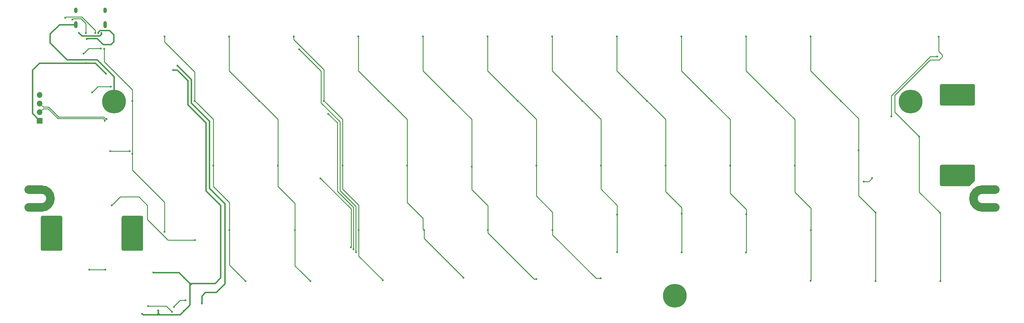
<source format=gbr>
G04 #@! TF.GenerationSoftware,KiCad,Pcbnew,(6.0.11)*
G04 #@! TF.CreationDate,2023-03-31T22:05:11+09:00*
G04 #@! TF.ProjectId,KiCad_KMKB-JP_Poker,4b694361-645f-44b4-9d4b-422d4a505f50,rev?*
G04 #@! TF.SameCoordinates,Original*
G04 #@! TF.FileFunction,Copper,L1,Top*
G04 #@! TF.FilePolarity,Positive*
%FSLAX46Y46*%
G04 Gerber Fmt 4.6, Leading zero omitted, Abs format (unit mm)*
G04 Created by KiCad (PCBNEW (6.0.11)) date 2023-03-31 22:05:11*
%MOMM*%
%LPD*%
G01*
G04 APERTURE LIST*
G04 #@! TA.AperFunction,EtchedComponent*
%ADD10C,2.501900*%
G04 #@! TD*
G04 #@! TA.AperFunction,ComponentPad*
%ADD11C,7.000000*%
G04 #@! TD*
G04 #@! TA.AperFunction,ComponentPad*
%ADD12R,1.700000X1.700000*%
G04 #@! TD*
G04 #@! TA.AperFunction,ComponentPad*
%ADD13O,1.700000X1.700000*%
G04 #@! TD*
G04 #@! TA.AperFunction,ComponentPad*
%ADD14O,1.000000X2.100000*%
G04 #@! TD*
G04 #@! TA.AperFunction,ComponentPad*
%ADD15O,1.000000X1.600000*%
G04 #@! TD*
G04 #@! TA.AperFunction,ViaPad*
%ADD16C,0.600000*%
G04 #@! TD*
G04 #@! TA.AperFunction,Conductor*
%ADD17C,0.381000*%
G04 #@! TD*
G04 #@! TA.AperFunction,Conductor*
%ADD18C,0.254000*%
G04 #@! TD*
G04 #@! TA.AperFunction,Conductor*
%ADD19C,0.261112*%
G04 #@! TD*
G04 APERTURE END LIST*
D10*
X406193750Y-226417800D02*
X409993750Y-226417800D01*
X124993750Y-226417800D02*
X128793750Y-226417800D01*
X406193750Y-231719700D02*
X410043750Y-231719700D01*
X124993750Y-231719700D02*
X128793750Y-231719700D01*
X131444700Y-229068750D02*
G75*
G03*
X128793750Y-226417800I-2650949J1D01*
G01*
X128793750Y-231719700D02*
G75*
G03*
X131444700Y-229068750I1J2650949D01*
G01*
X403542800Y-229068750D02*
G75*
G03*
X406193750Y-231719700I2650950J0D01*
G01*
X406193750Y-226417800D02*
G75*
G03*
X403542800Y-229068750I0J-2650950D01*
G01*
D11*
X150193750Y-200468750D03*
X315493750Y-257768750D03*
X385043750Y-200468750D03*
D12*
X128270000Y-206111000D03*
D13*
X128270000Y-203571000D03*
X128270000Y-201031000D03*
X128270000Y-198491000D03*
D14*
X138872500Y-177747400D03*
D15*
X147512500Y-173567400D03*
X138872500Y-173567400D03*
D14*
X147512500Y-177747400D03*
D16*
X250190000Y-200279000D03*
X241300000Y-181229000D03*
X255651000Y-219710000D03*
X274732750Y-252888750D03*
X260413500Y-238379000D03*
X163187875Y-262055750D03*
X161790875Y-250879750D03*
X170807875Y-252403750D03*
X170760250Y-262230375D03*
X167640000Y-191135000D03*
X158425375Y-263103500D03*
X279463500Y-238379000D03*
X274701000Y-219329000D03*
X293655750Y-252634750D03*
X269240000Y-200279000D03*
X260350000Y-181229000D03*
X142875000Y-250031250D03*
X147637500Y-250031250D03*
X221500000Y-244900000D03*
X204756250Y-185006250D03*
X141224000Y-186309000D03*
X146304000Y-184785000D03*
X392938000Y-187198000D03*
X379349000Y-204851000D03*
X220775000Y-244100000D03*
X213368750Y-204056250D03*
X149225000Y-196088000D03*
X143764000Y-197739000D03*
X149098000Y-215138000D03*
X154813000Y-215138000D03*
X149510750Y-231140000D03*
X174021750Y-241331750D03*
X373675000Y-223100000D03*
X211043750Y-223106250D03*
X220000000Y-243475000D03*
X371200000Y-224050000D03*
X171252375Y-259166500D03*
X167900000Y-261075000D03*
X147320000Y-184912000D03*
X165100000Y-238918750D03*
X155575000Y-200279000D03*
X155575000Y-215900000D03*
X188976000Y-253492000D03*
X173990000Y-200279000D03*
X179451000Y-219329000D03*
X184213500Y-238379000D03*
X165100000Y-181229000D03*
X253206250Y-252412500D03*
X236601000Y-219329000D03*
X241617500Y-238379000D03*
X231140000Y-200279000D03*
X222250000Y-181229000D03*
X193040000Y-200279000D03*
X203517500Y-238379000D03*
X198501000Y-219329000D03*
X208057750Y-253492000D03*
X184150000Y-181229000D03*
X212090000Y-200279000D03*
X203200000Y-181229000D03*
X217551000Y-219329000D03*
X229393750Y-253206250D03*
X222313500Y-238379000D03*
X288290000Y-200279000D03*
X298481750Y-244906750D03*
X279400000Y-181229000D03*
X298481750Y-233838750D03*
X293751000Y-219329000D03*
X139827000Y-180213000D03*
X146431000Y-180213000D03*
X176075000Y-260050000D03*
X168910000Y-189865000D03*
X147417025Y-206150975D03*
X147984975Y-205583025D03*
X307340000Y-200279000D03*
X317525000Y-244950000D03*
X298450000Y-181229000D03*
X317531750Y-233584750D03*
X312801000Y-219329000D03*
X317500000Y-181229000D03*
X326390000Y-200279000D03*
X331851000Y-219329000D03*
X336550000Y-245000000D03*
X336581750Y-233711750D03*
X355600000Y-253365000D03*
X355663500Y-238379000D03*
X345440000Y-200279000D03*
X350901000Y-219329000D03*
X336550000Y-181229000D03*
X364490000Y-200279000D03*
X355600000Y-181229000D03*
X374713500Y-253492000D03*
X369697000Y-214884000D03*
X374713500Y-233235500D03*
X393795250Y-253492000D03*
X393319000Y-181356000D03*
X387604000Y-210820000D03*
X393731750Y-233330750D03*
X135763000Y-175768000D03*
X144653000Y-180213000D03*
X160203375Y-260817500D03*
X167251875Y-262532000D03*
X147828000Y-192278000D03*
X145542000Y-180213000D03*
X142113000Y-181991000D03*
X141986000Y-189103000D03*
X141859000Y-180213000D03*
X137922000Y-176276000D03*
D17*
X142240000Y-181864000D02*
X142113000Y-181991000D01*
X145161000Y-181864000D02*
X142240000Y-181864000D01*
X146939000Y-183642000D02*
X145161000Y-181864000D01*
X146050000Y-179451000D02*
X148844000Y-179451000D01*
X149225000Y-183642000D02*
X146939000Y-183642000D01*
X148844000Y-179451000D02*
X150114000Y-180721000D01*
X145542000Y-179959000D02*
X146050000Y-179451000D01*
X150114000Y-182753000D02*
X149225000Y-183642000D01*
X150114000Y-180721000D02*
X150114000Y-182753000D01*
X145542000Y-180213000D02*
X145542000Y-179959000D01*
D18*
X260381750Y-231171750D02*
X260381750Y-238347250D01*
X260413500Y-238379000D02*
X260413500Y-239238500D01*
X274063750Y-252888750D02*
X274732750Y-252888750D01*
X260413500Y-239238500D02*
X274063750Y-252888750D01*
X241300000Y-191389000D02*
X250190000Y-200279000D01*
X255651000Y-226441000D02*
X260381750Y-231171750D01*
X255651000Y-219710000D02*
X255651000Y-205740000D01*
X255651000Y-219710000D02*
X255651000Y-226441000D01*
X255651000Y-205740000D02*
X250190000Y-200279000D01*
X241300000Y-181229000D02*
X241300000Y-181991000D01*
X241300000Y-181991000D02*
X241300000Y-191389000D01*
X260381750Y-238347250D02*
X260413500Y-238379000D01*
D17*
X170934875Y-262055750D02*
X170760250Y-262230375D01*
X162743375Y-263357500D02*
X163632375Y-263357500D01*
X172646125Y-254564375D02*
X172522375Y-254564375D01*
X181610000Y-252476000D02*
X179967750Y-254118250D01*
X171958000Y-194310000D02*
X171958000Y-201422000D01*
X179967750Y-254118250D02*
X173092250Y-254118250D01*
X161790875Y-250879750D02*
X169283875Y-250879750D01*
X167640000Y-191135000D02*
X168783000Y-191135000D01*
X169283875Y-250879750D02*
X170807875Y-252403750D01*
X171958000Y-201422000D02*
X177292000Y-206756000D01*
X163632375Y-263357500D02*
X163187875Y-262913000D01*
X181610000Y-231140000D02*
X181610000Y-252476000D01*
X172522375Y-254564375D02*
X172522375Y-254118250D01*
X163187875Y-262913000D02*
X163187875Y-262055750D01*
X173092250Y-254118250D02*
X172522375Y-254118250D01*
X158679375Y-263357500D02*
X158425375Y-263103500D01*
X177292000Y-206756000D02*
X177292000Y-226822000D01*
X170760250Y-262230375D02*
X169633125Y-263357500D01*
X163187875Y-262913000D02*
X162743375Y-263357500D01*
X169633125Y-263357500D02*
X163632375Y-263357500D01*
X177292000Y-226822000D02*
X181610000Y-231140000D01*
X173092250Y-254118250D02*
X172646125Y-254564375D01*
X162743375Y-263357500D02*
X158679375Y-263357500D01*
X172522375Y-254118250D02*
X170807875Y-252403750D01*
X170934875Y-262055750D02*
X172522375Y-260468250D01*
X168783000Y-191135000D02*
X171958000Y-194310000D01*
X172522375Y-260468250D02*
X172522375Y-254564375D01*
D18*
X269240000Y-200279000D02*
X269938500Y-200977500D01*
X269938500Y-200977500D02*
X274701000Y-205740000D01*
X260350000Y-181737000D02*
X260350000Y-191389000D01*
X260350000Y-191389000D02*
X269240000Y-200279000D01*
X260350000Y-181229000D02*
X260350000Y-181737000D01*
X279463500Y-238379000D02*
X279463500Y-239788500D01*
X279463500Y-239788500D02*
X292309750Y-252634750D01*
X274701000Y-205740000D02*
X274701000Y-219329000D01*
X274701000Y-228346000D02*
X279463500Y-233108500D01*
X274701000Y-219329000D02*
X274701000Y-228346000D01*
X279463500Y-233108500D02*
X279463500Y-238379000D01*
X292309750Y-252634750D02*
X293655750Y-252634750D01*
X142875000Y-250031250D02*
X147637500Y-250031250D01*
X216775000Y-226675000D02*
X221475000Y-231375000D01*
X211250000Y-200850000D02*
X216775000Y-206375000D01*
X221475000Y-244750000D02*
X221500000Y-244775000D01*
X221500000Y-244775000D02*
X221500000Y-244900000D01*
X221475000Y-231375000D02*
X221475000Y-244750000D01*
X216775000Y-206375000D02*
X216775000Y-226675000D01*
X211250000Y-191500000D02*
X211250000Y-200850000D01*
X204756250Y-185006250D02*
X211250000Y-191500000D01*
X142748000Y-184785000D02*
X146304000Y-184785000D01*
X141224000Y-186309000D02*
X142748000Y-184785000D01*
X390906000Y-187198000D02*
X379349000Y-198755000D01*
X220800000Y-231700000D02*
X220800000Y-243550000D01*
X220800000Y-244075000D02*
X220775000Y-244100000D01*
X220800000Y-243550000D02*
X220800000Y-244075000D01*
X213368750Y-204056250D02*
X216050000Y-206737500D01*
X392938000Y-187198000D02*
X390906000Y-187198000D01*
X216050000Y-226950000D02*
X220800000Y-231700000D01*
X216050000Y-206737500D02*
X216050000Y-226950000D01*
X379349000Y-198755000D02*
X379349000Y-204851000D01*
X145415000Y-196088000D02*
X149225000Y-196088000D01*
X143764000Y-197739000D02*
X144399000Y-197104000D01*
X144399000Y-197104000D02*
X145415000Y-196088000D01*
X154813000Y-215138000D02*
X149098000Y-215138000D01*
X160020000Y-231129289D02*
X160020000Y-235233420D01*
X160020000Y-235233420D02*
X166118330Y-241331750D01*
X166118330Y-241331750D02*
X174021750Y-241331750D01*
X149510750Y-231140000D02*
X152050750Y-228600000D01*
X157490711Y-228600000D02*
X160020000Y-231129289D01*
X152050750Y-228600000D02*
X157490711Y-228600000D01*
X220075000Y-232137500D02*
X220075000Y-243404000D01*
X211043750Y-223106250D02*
X220075000Y-232137500D01*
X372725000Y-224050000D02*
X371200000Y-224050000D01*
X220071000Y-243404000D02*
X220000000Y-243475000D01*
X220075000Y-243404000D02*
X220071000Y-243404000D01*
X373675000Y-223100000D02*
X372725000Y-224050000D01*
X167900000Y-261075000D02*
X167900000Y-260867875D01*
X167900000Y-260867875D02*
X169601375Y-259166500D01*
X169601375Y-259166500D02*
X171252375Y-259166500D01*
X155575000Y-220662500D02*
X165100000Y-230187500D01*
X147320000Y-184912000D02*
X147320000Y-188722000D01*
X147320000Y-188722000D02*
X155575000Y-196977000D01*
X165100000Y-230187500D02*
X165100000Y-238918750D01*
X155575000Y-200279000D02*
X155575000Y-215900000D01*
X155575000Y-215900000D02*
X155575000Y-220662500D01*
X155575000Y-196977000D02*
X155575000Y-200279000D01*
X173990000Y-191770000D02*
X173990000Y-200279000D01*
X179451000Y-205740000D02*
X179451000Y-219329000D01*
X173990000Y-200279000D02*
X174688500Y-200977500D01*
X174688500Y-200977500D02*
X179451000Y-205740000D01*
X184213500Y-248729500D02*
X188976000Y-253492000D01*
X184213500Y-238379000D02*
X184213500Y-248729500D01*
X179451000Y-225488500D02*
X184213500Y-230251000D01*
X165100000Y-182880000D02*
X173990000Y-191770000D01*
X165100000Y-181229000D02*
X165100000Y-182880000D01*
X184213500Y-230251000D02*
X184213500Y-238379000D01*
X179451000Y-219329000D02*
X179451000Y-225488500D01*
X241617500Y-238379000D02*
X241617500Y-240823750D01*
X222250000Y-181229000D02*
X222250000Y-181737000D01*
X231838500Y-200977500D02*
X236601000Y-205740000D01*
X222250000Y-181737000D02*
X222250000Y-191389000D01*
X241617500Y-240823750D02*
X253206250Y-252412500D01*
X236601000Y-230251000D02*
X241300000Y-234950000D01*
X222250000Y-191389000D02*
X231140000Y-200279000D01*
X241300000Y-234950000D02*
X241300000Y-238061500D01*
X241300000Y-238061500D02*
X241617500Y-238379000D01*
X231140000Y-200279000D02*
X231838500Y-200977500D01*
X236601000Y-205740000D02*
X236601000Y-219329000D01*
X236601000Y-219329000D02*
X236601000Y-230251000D01*
X198501000Y-205740000D02*
X198501000Y-219329000D01*
X198501000Y-219329000D02*
X198501000Y-225488500D01*
X203517500Y-248951750D02*
X205082875Y-250517125D01*
X203517500Y-238379000D02*
X203517500Y-248951750D01*
X184150000Y-191389000D02*
X193040000Y-200279000D01*
X205082875Y-250517125D02*
X208057750Y-253492000D01*
X203517500Y-230505000D02*
X203517500Y-238379000D01*
X184150000Y-181229000D02*
X184150000Y-191389000D01*
X193040000Y-200279000D02*
X193738500Y-200977500D01*
X193738500Y-200977500D02*
X198501000Y-205740000D01*
X198501000Y-225488500D02*
X203517500Y-230505000D01*
X212090000Y-200279000D02*
X212788500Y-200977500D01*
X229393750Y-253143750D02*
X229393750Y-253206250D01*
X217551000Y-219329000D02*
X217551000Y-226282250D01*
X222313500Y-231044750D02*
X222313500Y-238379000D01*
X222313500Y-246063500D02*
X229393750Y-253143750D01*
X203200000Y-182175000D02*
X212090000Y-191065000D01*
X222313500Y-238379000D02*
X222313500Y-246063500D01*
X203200000Y-181229000D02*
X203200000Y-182175000D01*
X212090000Y-191065000D02*
X212090000Y-200279000D01*
X217551000Y-205740000D02*
X217551000Y-219329000D01*
X217551000Y-226282250D02*
X222313500Y-231044750D01*
X212788500Y-200977500D02*
X217551000Y-205740000D01*
X298513500Y-231076500D02*
X298513500Y-233743500D01*
X279400000Y-182245000D02*
X279400000Y-191389000D01*
X293751000Y-205740000D02*
X293751000Y-219329000D01*
X279400000Y-181229000D02*
X279400000Y-182245000D01*
X298481750Y-233838750D02*
X298481750Y-244906750D01*
X293751000Y-219329000D02*
X293751000Y-226314000D01*
X288988500Y-200977500D02*
X293751000Y-205740000D01*
X293751000Y-226314000D02*
X298513500Y-231076500D01*
X279400000Y-191389000D02*
X288290000Y-200279000D01*
X288290000Y-200279000D02*
X288988500Y-200977500D01*
X298513500Y-233743500D02*
X298481750Y-233775250D01*
X298481750Y-233775250D02*
X298481750Y-233838750D01*
D17*
X182880000Y-230632000D02*
X182880000Y-254254000D01*
X176053750Y-257841750D02*
X176053750Y-260028750D01*
X178308000Y-206248000D02*
X178308000Y-226060000D01*
X140716000Y-181102000D02*
X145923000Y-181102000D01*
X145923000Y-181102000D02*
X146431000Y-180594000D01*
X168910000Y-189865000D02*
X172974000Y-193929000D01*
X172974000Y-200914000D02*
X178308000Y-206248000D01*
X146431000Y-180594000D02*
X146431000Y-180213000D01*
X176053750Y-260028750D02*
X176075000Y-260050000D01*
X177101500Y-256794000D02*
X176053750Y-257841750D01*
X139827000Y-180213000D02*
X140716000Y-181102000D01*
X172974000Y-193929000D02*
X172974000Y-200914000D01*
X182880000Y-254254000D02*
X180340000Y-256794000D01*
X180340000Y-256794000D02*
X177101500Y-256794000D01*
X178308000Y-226060000D02*
X182880000Y-230632000D01*
D19*
X147417025Y-205911344D02*
X146969837Y-205464156D01*
X130703837Y-202533157D02*
X129307843Y-202533157D01*
X147417025Y-206150975D02*
X147417025Y-205911344D01*
X133634836Y-205464156D02*
X130703837Y-202533157D01*
X146969837Y-205464156D02*
X133634836Y-205464156D01*
X129307843Y-202533157D02*
X128270000Y-203571000D01*
X133827164Y-204999844D02*
X130896163Y-202068843D01*
X147162163Y-204999844D02*
X133827164Y-204999844D01*
X130896163Y-202068843D02*
X129307843Y-202068843D01*
X147984975Y-205583025D02*
X147745344Y-205583025D01*
X147745344Y-205583025D02*
X147162163Y-204999844D01*
X129307843Y-202068843D02*
X128270000Y-201031000D01*
D18*
X312801000Y-227076000D02*
X317531750Y-231806750D01*
X317531750Y-231806750D02*
X317531750Y-233584750D01*
X317531750Y-233584750D02*
X317531750Y-244943250D01*
X312801000Y-219329000D02*
X312801000Y-227076000D01*
X308038500Y-200977500D02*
X312801000Y-205740000D01*
X298450000Y-181229000D02*
X298450000Y-181737000D01*
X307340000Y-200279000D02*
X308038500Y-200977500D01*
X312801000Y-205740000D02*
X312801000Y-219329000D01*
X317531750Y-244943250D02*
X317525000Y-244950000D01*
X298450000Y-181737000D02*
X298450000Y-191389000D01*
X298450000Y-191389000D02*
X307340000Y-200279000D01*
X317500000Y-191389000D02*
X326390000Y-200279000D01*
X317500000Y-181610000D02*
X317500000Y-191389000D01*
X331851000Y-205740000D02*
X331851000Y-219329000D01*
X331851000Y-227584000D02*
X336581750Y-232314750D01*
X317500000Y-181229000D02*
X317500000Y-181610000D01*
X331851000Y-219329000D02*
X331851000Y-227584000D01*
X336581750Y-233711750D02*
X336581750Y-244968250D01*
X336581750Y-244968250D02*
X336550000Y-245000000D01*
X336581750Y-232314750D02*
X336581750Y-233711750D01*
X326390000Y-200279000D02*
X331851000Y-205740000D01*
X350901000Y-227203000D02*
X355663500Y-231965500D01*
X336550000Y-181229000D02*
X336550000Y-181737000D01*
X355663500Y-231965500D02*
X355663500Y-238379000D01*
X336550000Y-181737000D02*
X336550000Y-191389000D01*
X336550000Y-191389000D02*
X345440000Y-200279000D01*
X350901000Y-205740000D02*
X350901000Y-219329000D01*
X355663500Y-238379000D02*
X355663500Y-253492000D01*
X345440000Y-200279000D02*
X350901000Y-205740000D01*
X355663500Y-253428500D02*
X355600000Y-253365000D01*
X350901000Y-219329000D02*
X350901000Y-227203000D01*
X355663500Y-253492000D02*
X355663500Y-253428500D01*
X369697000Y-228219000D02*
X374713500Y-233235500D01*
X364490000Y-200279000D02*
X369697000Y-205486000D01*
X369697000Y-205486000D02*
X369697000Y-228219000D01*
X374713500Y-233235500D02*
X374713500Y-253492000D01*
X355600000Y-191389000D02*
X364490000Y-200279000D01*
X355600000Y-181229000D02*
X355600000Y-191389000D01*
X390779000Y-188214000D02*
X393446000Y-188214000D01*
X394335000Y-187325000D02*
X394335000Y-186690000D01*
X393446000Y-188214000D02*
X394335000Y-187325000D01*
X393319000Y-185674000D02*
X393319000Y-181356000D01*
X380365000Y-203581000D02*
X380365000Y-198628000D01*
X387604000Y-227203000D02*
X387604000Y-210820000D01*
X394335000Y-186690000D02*
X393319000Y-185674000D01*
X393731750Y-233330750D02*
X393795250Y-233394250D01*
X387604000Y-210820000D02*
X380365000Y-203581000D01*
X393795250Y-233394250D02*
X393795250Y-253492000D01*
X380365000Y-198628000D02*
X390779000Y-188214000D01*
X393731750Y-233330750D02*
X387604000Y-227203000D01*
X140716000Y-175514000D02*
X136017000Y-175514000D01*
X136017000Y-175514000D02*
X135763000Y-175768000D01*
X144653000Y-180213000D02*
X144653000Y-179451000D01*
X144653000Y-179451000D02*
X140716000Y-175514000D01*
X167251875Y-262532000D02*
X165537375Y-260817500D01*
X165537375Y-260817500D02*
X160203375Y-260817500D01*
D17*
X144653000Y-189103000D02*
X141986000Y-189103000D01*
X126111000Y-203952000D02*
X128270000Y-206111000D01*
X128143000Y-189103000D02*
X126111000Y-191135000D01*
X147828000Y-192278000D02*
X144653000Y-189103000D01*
X126111000Y-191135000D02*
X126111000Y-203952000D01*
X141986000Y-189103000D02*
X128143000Y-189103000D01*
X136271000Y-188087000D02*
X131318000Y-183134000D01*
X131318000Y-180467000D02*
X134037600Y-177747400D01*
X150193750Y-200468750D02*
X150193750Y-193119750D01*
X134037600Y-177747400D02*
X138872500Y-177747400D01*
X150193750Y-193119750D02*
X145161000Y-188087000D01*
X131318000Y-183134000D02*
X131318000Y-180467000D01*
X145161000Y-188087000D02*
X136271000Y-188087000D01*
D18*
X140462000Y-176022000D02*
X138176000Y-176022000D01*
X138176000Y-176022000D02*
X137922000Y-176276000D01*
X141859000Y-177419000D02*
X140462000Y-176022000D01*
X141859000Y-180213000D02*
X141859000Y-177419000D01*
G04 #@! TA.AperFunction,NonConductor*
G36*
X134445688Y-234157328D02*
G01*
X134550463Y-234171122D01*
X134582235Y-234179635D01*
X134672174Y-234216889D01*
X134700660Y-234233336D01*
X134777893Y-234292599D01*
X134801151Y-234315857D01*
X134860414Y-234393090D01*
X134876861Y-234421576D01*
X134914115Y-234511515D01*
X134922628Y-234543287D01*
X134936422Y-234648062D01*
X134937500Y-234664508D01*
X134937500Y-243966742D01*
X134936422Y-243983188D01*
X134922628Y-244087963D01*
X134914115Y-244119735D01*
X134876861Y-244209674D01*
X134860414Y-244238160D01*
X134801151Y-244315393D01*
X134777893Y-244338651D01*
X134700660Y-244397914D01*
X134672174Y-244414361D01*
X134582235Y-244451615D01*
X134550463Y-244460128D01*
X134445688Y-244473922D01*
X134429242Y-244475000D01*
X129095758Y-244475000D01*
X129079312Y-244473922D01*
X128974537Y-244460128D01*
X128942765Y-244451615D01*
X128852826Y-244414361D01*
X128824340Y-244397914D01*
X128747107Y-244338651D01*
X128723849Y-244315393D01*
X128664586Y-244238160D01*
X128648139Y-244209674D01*
X128610885Y-244119735D01*
X128602372Y-244087963D01*
X128588578Y-243983188D01*
X128587500Y-243966742D01*
X128587500Y-234664508D01*
X128588578Y-234648062D01*
X128602372Y-234543287D01*
X128610885Y-234511515D01*
X128648139Y-234421576D01*
X128664586Y-234393090D01*
X128723849Y-234315857D01*
X128747107Y-234292599D01*
X128824340Y-234233336D01*
X128852826Y-234216889D01*
X128942765Y-234179635D01*
X128974537Y-234171122D01*
X129079312Y-234157328D01*
X129095758Y-234156250D01*
X134429242Y-234156250D01*
X134445688Y-234157328D01*
G37*
G04 #@! TD.AperFunction*
G04 #@! TA.AperFunction,NonConductor*
G36*
X403526938Y-219076078D02*
G01*
X403631713Y-219089872D01*
X403663485Y-219098385D01*
X403753424Y-219135639D01*
X403781910Y-219152086D01*
X403859143Y-219211349D01*
X403882401Y-219234607D01*
X403941664Y-219311840D01*
X403958111Y-219340326D01*
X403995365Y-219430265D01*
X404003878Y-219462037D01*
X404017672Y-219566812D01*
X404018750Y-219583258D01*
X404018750Y-223622135D01*
X404017672Y-223638581D01*
X404003878Y-223743356D01*
X403995365Y-223775128D01*
X403958110Y-223865069D01*
X403941666Y-223893552D01*
X403877322Y-223977406D01*
X403866462Y-223989788D01*
X402583538Y-225272712D01*
X402571156Y-225283572D01*
X402487302Y-225347916D01*
X402458819Y-225364360D01*
X402368878Y-225401615D01*
X402337106Y-225410128D01*
X402232331Y-225423922D01*
X402215885Y-225425000D01*
X394208258Y-225425000D01*
X394191812Y-225423922D01*
X394087037Y-225410128D01*
X394055265Y-225401615D01*
X393965326Y-225364361D01*
X393936840Y-225347914D01*
X393859607Y-225288651D01*
X393836349Y-225265393D01*
X393777086Y-225188160D01*
X393760639Y-225159674D01*
X393723385Y-225069735D01*
X393714872Y-225037963D01*
X393701078Y-224933188D01*
X393700000Y-224916742D01*
X393700000Y-219583258D01*
X393701078Y-219566812D01*
X393714872Y-219462037D01*
X393723385Y-219430265D01*
X393760639Y-219340326D01*
X393777086Y-219311840D01*
X393836349Y-219234607D01*
X393859607Y-219211349D01*
X393936840Y-219152086D01*
X393965326Y-219135639D01*
X394055265Y-219098385D01*
X394087037Y-219089872D01*
X394191812Y-219076078D01*
X394208258Y-219075000D01*
X403510492Y-219075000D01*
X403526938Y-219076078D01*
G37*
G04 #@! TD.AperFunction*
G04 #@! TA.AperFunction,NonConductor*
G36*
X403526938Y-195263578D02*
G01*
X403631713Y-195277372D01*
X403663485Y-195285885D01*
X403753424Y-195323139D01*
X403781910Y-195339586D01*
X403859143Y-195398849D01*
X403882401Y-195422107D01*
X403941664Y-195499340D01*
X403958111Y-195527826D01*
X403995365Y-195617765D01*
X404003878Y-195649537D01*
X404017672Y-195754312D01*
X404018750Y-195770758D01*
X404018750Y-201104242D01*
X404017672Y-201120688D01*
X404003878Y-201225463D01*
X403995365Y-201257235D01*
X403958111Y-201347174D01*
X403941664Y-201375660D01*
X403882401Y-201452893D01*
X403859143Y-201476151D01*
X403781910Y-201535414D01*
X403753424Y-201551861D01*
X403663485Y-201589115D01*
X403631713Y-201597628D01*
X403526938Y-201611422D01*
X403510492Y-201612500D01*
X394208258Y-201612500D01*
X394191812Y-201611422D01*
X394087037Y-201597628D01*
X394055265Y-201589115D01*
X393965326Y-201551861D01*
X393936840Y-201535414D01*
X393859607Y-201476151D01*
X393836349Y-201452893D01*
X393777086Y-201375660D01*
X393760639Y-201347174D01*
X393723385Y-201257235D01*
X393714872Y-201225463D01*
X393701078Y-201120688D01*
X393700000Y-201104242D01*
X393700000Y-195770758D01*
X393701078Y-195754312D01*
X393714872Y-195649537D01*
X393723385Y-195617765D01*
X393760639Y-195527826D01*
X393777086Y-195499340D01*
X393836349Y-195422107D01*
X393859607Y-195398849D01*
X393936840Y-195339586D01*
X393965326Y-195323139D01*
X394055265Y-195285885D01*
X394087037Y-195277372D01*
X394191812Y-195263578D01*
X394208258Y-195262500D01*
X403510492Y-195262500D01*
X403526938Y-195263578D01*
G37*
G04 #@! TD.AperFunction*
G04 #@! TA.AperFunction,NonConductor*
G36*
X158258188Y-234157328D02*
G01*
X158362963Y-234171122D01*
X158394735Y-234179635D01*
X158484674Y-234216889D01*
X158513160Y-234233336D01*
X158590393Y-234292599D01*
X158613651Y-234315857D01*
X158672914Y-234393090D01*
X158689361Y-234421576D01*
X158726615Y-234511515D01*
X158735128Y-234543287D01*
X158748922Y-234648062D01*
X158750000Y-234664508D01*
X158750000Y-243966742D01*
X158748922Y-243983188D01*
X158735128Y-244087963D01*
X158726615Y-244119735D01*
X158689361Y-244209674D01*
X158672914Y-244238160D01*
X158613651Y-244315393D01*
X158590393Y-244338651D01*
X158513160Y-244397914D01*
X158484674Y-244414361D01*
X158394735Y-244451615D01*
X158362963Y-244460128D01*
X158258188Y-244473922D01*
X158241742Y-244475000D01*
X152908258Y-244475000D01*
X152891812Y-244473922D01*
X152787037Y-244460128D01*
X152755265Y-244451615D01*
X152665326Y-244414361D01*
X152636840Y-244397914D01*
X152559607Y-244338651D01*
X152536349Y-244315393D01*
X152477086Y-244238160D01*
X152460639Y-244209674D01*
X152423385Y-244119735D01*
X152414872Y-244087963D01*
X152401078Y-243983188D01*
X152400000Y-243966742D01*
X152400000Y-234664508D01*
X152401078Y-234648062D01*
X152414872Y-234543287D01*
X152423385Y-234511515D01*
X152460639Y-234421576D01*
X152477086Y-234393090D01*
X152536349Y-234315857D01*
X152559607Y-234292599D01*
X152636840Y-234233336D01*
X152665326Y-234216889D01*
X152755265Y-234179635D01*
X152787037Y-234171122D01*
X152891812Y-234157328D01*
X152908258Y-234156250D01*
X158241742Y-234156250D01*
X158258188Y-234157328D01*
G37*
G04 #@! TD.AperFunction*
M02*

</source>
